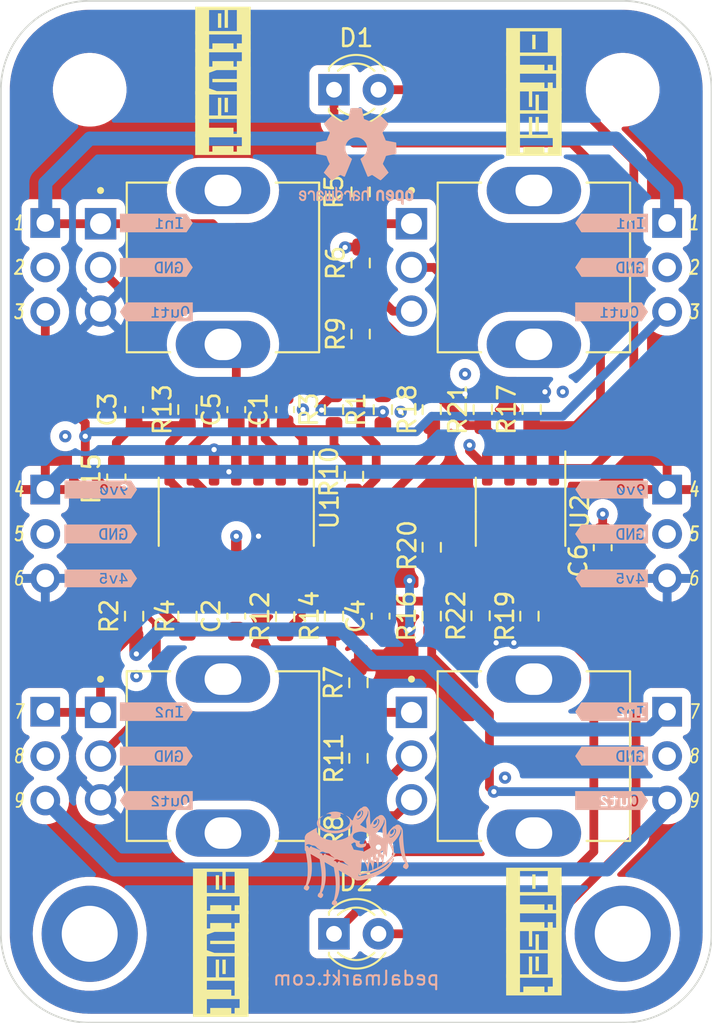
<source format=kicad_pcb>
(kicad_pcb (version 20211014) (generator pcbnew)
  (layers (0 "F.Cu" signal) (1 "In1.Cu" signal) (2 "In2.Cu" signal) (31 "B.Cu" signal) (34 "B.Paste" user) (35 "F.Paste" user) (36 "B.SilkS" user "B.Silkscreen") (37 "F.SilkS" user "F.Silkscreen") (38 "B.Mask" user) (39 "F.Mask" user) (44 "Edge.Cuts" user))
  (net 0 "")
  (net 1 "Net-(C1-Pad1)")
  (net 2 "Net-(C1-Pad2)")
  (net 3 "Net-(C2-Pad1)")
  (net 4 "Net-(C2-Pad2)")
  (net 5 "Net-(C3-Pad1)")
  (net 6 "Net-(C3-Pad2)")
  (net 7 "Net-(C4-Pad1)")
  (net 8 "Net-(C4-Pad2)")
  (net 9 "/+9V")
  (net 10 "/GND")
  (net 11 "Net-(D1-Pad1)")
  (net 12 "Net-(D1-Pad2)")
  (net 13 "Net-(D2-Pad1)")
  (net 14 "Net-(D2-Pad2)")
  (net 15 "/+4.5V")
  (net 16 "/In1")
  (net 17 "/Out1")
  (net 18 "/In2")
  (net 19 "/Out2")
  (net 20 "Net-(R5-Pad2)")
  (net 21 "Net-(R6-Pad1)")
  (net 22 "Net-(R7-Pad1)")
  (net 23 "Net-(R8-Pad1)")
  (net 24 "Net-(R9-Pad2)")
  (net 25 "Net-(R11-Pad2)")
  (net 26 "Net-(R18-Pad1)")
  (net 27 "Net-(R20-Pad1)")
  (net 28 "Net-(RV1-Pad2)")
  (net 29 "Net-(RV2-Pad2)")
  (footprint "Resistor_SMD:R_0603_1608Metric_Pad0.98x0.95mm_HandSolder" (layer "F.Cu") (at 56.007 78.867 -90)
    (fp_text reference "R11")
    (fp_text value "100K")
  )
  (footprint "Resistor_SMD:R_0603_1608Metric_Pad0.98x0.95mm_HandSolder" (layer "F.Cu") (at 56.134 46.482 -90)
    (fp_text reference "R5")
    (fp_text value "1K")
  )
  (footprint "Resistor_SMD:R_0603_1608Metric_Pad0.98x0.95mm_HandSolder" (layer "F.Cu") (at 43.18 70.739 90)
    (fp_text reference "R2")
    (fp_text value "100K")
  )
  (footprint "Resistor_SMD:R_0603_1608Metric_Pad0.98x0.95mm_HandSolder" (layer "F.Cu") (at 60.198 58.928 -90)
    (fp_text reference "R18")
    (fp_text value "100K")
  )
  (footprint "Capacitor_SMD:C_0603_1608Metric_Pad1.08x0.95mm_HandSolder" (layer "F.Cu") (at 57.277 70.739 90)
    (fp_text reference "C4")
    (fp_text value "10p")
  )
  (footprint "LED_THT:LED_D3.0mm" (layer "F.Cu") (at 54.61 88.9)
    (fp_text reference "D2")
    (fp_text value "LED_Dual_Bidirectional")
  )
  (footprint "LED_THT:LED_D3.0mm" (layer "F.Cu") (at 54.61 40.64)
    (fp_text reference "D1")
    (fp_text value "LED_Dual_Bidirectional")
  )
  (footprint "Connector_PinSocket_2.54mm:PinSocket_1x03_P2.54mm_Vertical" (layer "F.Cu") (at 38.1 48.26)
    (fp_text reference "J1" hide)
    (fp_text value "C1")
  )
  (footprint "R0904NB10KL-25KQ:V3_TRIM_R0904NB10KL-Keepout" (layer "F.Cu") (at 66.04 50.8 -90)
    (fp_text reference "RV3")
    (fp_text value "B100K")
  )
  (footprint "R0904NB10KL-25KQ:V3_TRIM_R0904NB10KL-Keepout" (layer "F.Cu") (at 48.26 50.8 -90)
    (fp_text reference "RV1")
    (fp_text value "B100K")
  )
  (footprint "Resistor_SMD:R_0603_1608Metric_Pad0.98x0.95mm_HandSolder" (layer "F.Cu") (at 60.198 66.802 -90)
    (fp_text reference "R20")
    (fp_text value "100K")
  )
  (footprint "Resistor_SMD:R_0603_1608Metric_Pad0.98x0.95mm_HandSolder" (layer "F.Cu") (at 63.119 58.928 90)
    (fp_text reference "R21")
    (fp_text value "20K")
  )
  (footprint "kibuzzard-65FD5706" (layer "F.Cu") (at 66.04 88.773 -90)
    (fp_text reference "kibuzzard-65FD5706" hide)
    (fp_text value "G***" hide)
  )
  (footprint "MountingHole:MountingHole_3.2mm_M3" (layer "F.Cu") (at 40.64 40.64)
    (fp_text reference "H2" hide)
    (fp_text value "1")
  )
  (footprint "Resistor_SMD:R_0603_1608Metric_Pad0.98x0.95mm_HandSolder" (layer "F.Cu") (at 62.992 70.7155 -90)
    (fp_text reference "R22")
    (fp_text value "20K")
  )
  (footprint "Capacitor_SMD:C_0603_1608Metric_Pad1.08x0.95mm_HandSolder" (layer "F.Cu") (at 51.816 58.928 -90)
    (fp_text reference "C1")
    (fp_text value "10p")
  )
  (footprint "Resistor_SMD:R_0603_1608Metric_Pad0.98x0.95mm_HandSolder" (layer "F.Cu") (at 56.134 54.61 90)
    (fp_text reference "R9")
    (fp_text value "100K")
  )
  (footprint "Capacitor_SMD:C_0603_1608Metric_Pad1.08x0.95mm_HandSolder" (layer "F.Cu") (at 49.022 70.739 90)
    (fp_text reference "C2")
    (fp_text value "10p")
  )
  (footprint "Connector_PinSocket_2.54mm:PinSocket_1x03_P2.54mm_Vertical" (layer "F.Cu") (at 38.1 63.5)
    (fp_text reference "J2" hide)
    (fp_text value "C3")
  )
  (footprint "kibuzzard-65FD5706" (layer "F.Cu") (at 66.04 40.767 -90)
    (fp_text reference "kibuzzard-65FD5706" hide)
    (fp_text value "G***" hide)
  )
  (footprint "Connector_PinSocket_2.54mm:PinSocket_1x03_P2.54mm_Vertical" (layer "F.Cu") (at 38.1 76.2)
    (fp_text reference "J6" hide)
    (fp_text value "C6")
  )
  (footprint "Resistor_SMD:R_0603_1608Metric_Pad0.98x0.95mm_HandSolder" (layer "F.Cu") (at 56.134 50.546 90)
    (fp_text reference "R6")
    (fp_text value "1K")
  )
  (footprint "Resistor_SMD:R_0603_1608Metric_Pad0.98x0.95mm_HandSolder" (layer "F.Cu") (at 42.164 62.8885 90)
    (fp_text reference "R15")
    (fp_text value "1K")
  )
  (footprint "Resistor_SMD:R_0603_1608Metric_Pad0.98x0.95mm_HandSolder" (layer "F.Cu") (at 55.753 62.738 90)
    (fp_text reference "R10")
    (fp_text value "100K")
  )
  (footprint "R0904NB10KL-25KQ:V3_TRIM_R0904NB10KL-Keepout" (layer "F.Cu") (at 48.26 78.74 -90)
    (fp_text reference "RV2" hide)
    (fp_text value "B100K")
  )
  (footprint "Resistor_SMD:R_0603_1608Metric_Pad0.98x0.95mm_HandSolder" (layer "F.Cu") (at 57.404 58.928 -90)
    (fp_text reference "R1")
    (fp_text value "100K")
  )
  (footprint "kibuzzard-65FD570C" (layer "F.Cu") (at 48.26 40.132 -90)
    (fp_text reference "kibuzzard-65FD570C" hide)
    (fp_text value "G***" hide)
  )
  (footprint "Resistor_SMD:R_0603_1608Metric_Pad0.98x0.95mm_HandSolder" (layer "F.Cu") (at 46.228 58.928 90)
    (fp_text reference "R13")
    (fp_text value "100K")
  )
  (footprint "Resistor_SMD:R_0603_1608Metric_Pad0.98x0.95mm_HandSolder" (layer "F.Cu") (at 56.007 74.549 90)
    (fp_text reference "R7")
    (fp_text value "1K")
  )
  (footprint "Capacitor_SMD:C_0603_1608Metric_Pad1.08x0.95mm_HandSolder" (layer "F.Cu") (at 43.18 58.928 -90)
    (fp_text reference "C3")
    (fp_text value "10p")
  )
  (footprint "Capacitor_SMD:C_0603_1608Metric_Pad1.08x0.95mm_HandSolder" (layer "F.Cu") (at 69.977 66.8285 90)
    (fp_text reference "C6")
    (fp_text value "100n")
  )
  (footprint "Connector_PinSocket_2.54mm:PinSocket_1x03_P2.54mm_Vertical" (layer "F.Cu") (at 73.66 63.5)
    (fp_text reference "J5" hide)
    (fp_text value "C4")
  )
  (footprint "Resistor_SMD:R_0603_1608Metric_Pad0.98x0.95mm_HandSolder" (layer "F.Cu") (at 54.61 58.928 90)
    (fp_text reference "R3")
    (fp_text value "100K")
  )
  (footprint "MountingHole:MountingHole_3.2mm_M3_ISO14580_Pad" (layer "F.Cu") (at 71.12 88.9)
    (fp_text reference "H1" hide)
    (fp_text value "GND")
  )
  (footprint "Package_SO:SOIC-8_3.9x4.9mm_P1.27mm" (layer "F.Cu") (at 65.278 64.77 -90)
    (fp_text reference "U2")
    (fp_text value "TL072")
  )
  (footprint "Capacitor_SMD:C_0603_1608Metric_Pad1.08x0.95mm_HandSolder" (layer "F.Cu") (at 49.022 58.928 90)
    (fp_text reference "C5")
    (fp_text value "100n")
  )
  (footprint "Connector_PinSocket_2.54mm:PinSocket_1x03_P2.54mm_Vertical" (layer "F.Cu") (at 73.66 76.2)
    (fp_text reference "J3" hide)
    (fp_text value "C5")
  )
  (footprint "Resistor_SMD:R_0603_1608Metric_Pad0.98x0.95mm_HandSolder" (layer "F.Cu") (at 60.198 70.739 90)
    (fp_text reference "R16")
    (fp_text value "1K")
  )
  (footprint "Connector_PinSocket_2.54mm:PinSocket_1x03_P2.54mm_Vertical" (layer "F.Cu") (at 73.66 48.26)
    (fp_text reference "J4" hide)
    (fp_text value "C2")
  )
  (footprint "Resistor_SMD:R_0603_1608Metric_Pad0.98x0.95mm_HandSolder" (layer "F.Cu") (at 54.61 70.739 -90)
    (fp_text reference "R14")
    (fp_text value "100K")
  )
  (footprint "Resistor_SMD:R_0603_1608Metric_Pad0.98x0.95mm_HandSolder" (layer "F.Cu") (at 56.007 83.058 -90)
    (fp_text reference "R8")
    (fp_text value "1K")
  )
  (footprint "Resistor_SMD:R_0603_1608Metric_Pad0.98x0.95mm_HandSolder" (layer "F.Cu") (at 65.786 70.739 -90)
    (fp_text reference "R19")
    (fp_text value "1K")
  )
  (footprint "MountingHole:MountingHole_3.2mm_M3_ISO14580_Pad" (layer "F.Cu") (at 40.64 88.9)
    (fp_text reference "H3" hide)
    (fp_text value "GND")
  )
  (footprint "MountingHole:MountingHole_3.2mm_M3" (layer "F.Cu") (at 71.12 40.64)
    (fp_text reference "H4" hide)
    (fp_text value "2")
  )
  (footprint "Resistor_SMD:R_0603_1608Metric_Pad0.98x0.95mm_HandSolder" (layer "F.Cu") (at 51.816 70.7625 90)
    (fp_text reference "R12")
    (fp_text value "100K")
  )
  (footprint "Resistor_SMD:R_0603_1608Metric_Pad0.98x0.95mm_HandSolder" (layer "F.Cu") (at 65.913 58.928 90)
    (fp_text reference "R17")
    (fp_text value "1K")
  )
  (footprint "Resistor_SMD:R_0603_1608Metric_Pad0.98x0.95mm_HandSolder" (layer "F.Cu") (at 46.228 70.739 -90)
    (fp_text reference "R4")
    (fp_text value "100K")
  )
  (footprint "R0904NB10KL-25KQ:V3_TRIM_R0904NB10KL-Keepout" (layer "F.Cu") (at 66.04 78.74 -90)
    (fp_text reference "RV4" hide)
    (fp_text value "B100K")
  )
  (footprint "Package_SO:SOIC-14_3.9x8.7mm_P1.27mm" (layer "F.Cu") (at 49.022 64.77 -90)
    (fp_text reference "U1")
    (fp_text value "OPA4991")
  )
  (footprint "kibuzzard-65FD570C" (layer "F.Cu") (at 48.133 89.408 -90)
    (fp_text reference "kibuzzard-65FD570C" hide)
    (fp_text value "G***" hide)
  )
  (footprint "kibuzzard-65FDA5A0" (layer "B.Cu") (at 70.485 66.04 180)
    (fp_text reference "kibuzzard-65FDA5A0" hide)
    (fp_text value "G***" hide)
  )
  (footprint "kibuzzard-65FDA4E4" (layer "B.Cu") (at 44.45 48.26 180)
    (fp_text reference "kibuzzard-65FDA4E4" hide)
    (fp_text value "G***" hide)
  )
  (footprint "kibuzzard-65FDA5C9" (layer "B.Cu") (at 70.485 81.28 180)
    (fp_text reference "kibuzzard-65FDA5C9" hide)
    (fp_text value "G***" hide)
  )
  (footprint "kibuzzard-65FDA513" (layer "B.Cu") (at 41.275 68.58 180)
    (fp_text reference "kibuzzard-65FDA513" hide)
    (fp_text value "G***" hide)
  )
  (footprint "kibuzzard-65FDA541" (layer "B.Cu") (at 44.45 81.28 180)
    (fp_text reference "kibuzzard-65FDA541" hide)
    (fp_text value "G***" hide)
  )
  (footprint "kibuzzard-65FDA57B" (layer "B.Cu") (at 70.485 48.26 180)
    (fp_text reference "kibuzzard-65FDA57B" hide)
    (fp_text value "G***" hide)
  )
  (footprint "kibuzzard-65FDA507" (layer "B.Cu") (at 41.275 66.04 180)
    (fp_text reference "kibuzzard-65FDA507" hide)
    (fp_text value "G***" hide)
  )
  (footprint "kibuzzard-65FDA598" (layer "B.Cu") (at 70.485 63.5 180)
    (fp_text reference "kibuzzard-65FDA598" hide)
    (fp_text value "G***" hide)
  )
  (footprint "LOGO" (layer "B.Cu") (at 55.88 84.455 180)
    (fp_text reference "G***" hide)
    (fp_text value "LOGO" hide)
  )
  (footprint "kibuzzard-65FDA527" (layer "B.Cu") (at 44.45 76.2 180)
    (fp_text reference "kibuzzard-65FDA527" hide)
    (fp_text value "G***" hide)
  )
  (footprint "kibuzzard-65FDA4EE" (layer "B.Cu") (at 44.45 50.8 180)
    (fp_text reference "kibuzzard-65FDA4EE" hide)
    (fp_text value "G***" hide)
  )
  (footprint "kibuzzard-65FDA5B3" (layer "B.Cu") (at 70.485 76.2 180)
    (fp_text reference "kibuzzard-65FDA5B3" hide)
    (fp_text value "G***" hide)
  )
  (footprint "kibuzzard-65FDA5BA" (layer "B.Cu") (at 70.485 78.74 180)
    (fp_text reference "kibuzzard-65FDA5BA" hide)
    (fp_text value "G***" hide)
  )
  (footprint "kibuzzard-65FDA5D6" (layer "B.Cu") (at 70.485 53.34 180)
    (fp_text reference "kibuzzard-65FDA5D6" hide)
    (fp_text value "G***" hide)
  )
  (footprint "Symbol:OSHW-Logo2_7.3x6mm_SilkScreen" (layer "B.Cu") (at 55.88 44.45 180)
    (fp_text reference "REF**" hide)
    (fp_text value "OSHW-Logo2_7.3x6mm_SilkScreen" hide)
  )
  (footprint "kibuzzard-65FDA56F" (layer "B.Cu") (at 44.45 53.34 180)
    (fp_text reference "kibuzzard-65FDA56F" hide)
    (fp_text value "G***" hide)
  )
  (footprint "kibuzzard-65FDA52F" (layer "B.Cu") (at 44.45 78.74 180)
    (fp_text reference "kibuzzard-65FDA52F" hide)
    (fp_text value "G***" hide)
  )
  (footprint "kibuzzard-65FDA5A8" (layer "B.Cu") (at 70.485 68.58 180)
    (fp_text reference "kibuzzard-65FDA5A8" hide)
    (fp_text value "G***" hide)
  )
  (footprint "kibuzzard-65FDA584" (layer "B.Cu") (at 70.485 50.8 180)
    (fp_text reference "kibuzzard-65FDA584" hide)
    (fp_text value "G***" hide)
  )
  (footprint "kibuzzard-65FDA500" (layer "B.Cu") (at 41.275 63.5 180)
    (fp_text reference "kibuzzard-65FDA500" hide)
    (fp_text value "G***" hide)
  )
  (gr_arc (start 35.56 40.64) (mid 37.047898 37.047898) (end 40.64 35.56) (layer "Edge.Cuts") (width 0.1))
  (gr_arc (start 71.12 35.56) (mid 74.712102 37.047898) (end 76.2 40.64) (layer "Edge.Cuts") (width 0.1))
  (gr_line (start 40.64 93.98) (end 71.12 93.98) (layer "Edge.Cuts") (width 0.1))
  (gr_line (start 35.56 40.64) (end 35.56 88.9) (layer "Edge.Cuts") (width 0.1))
  (gr_line (start 40.64 35.56) (end 71.12 35.56) (layer "Edge.Cuts") (width 0.1))
  (gr_line (start 76.2 40.64) (end 76.2 88.9) (layer "Edge.Cuts") (width 0.1))
  (gr_arc (start 76.2 88.9) (mid 74.712102 92.492102) (end 71.12 93.98) (layer "Edge.Cuts") (width 0.1))
  (gr_arc (start 40.64 93.98) (mid 37.047898 92.492102) (end 35.56 88.9) (layer "Edge.Cuts") (width 0.1))
  (gr_text "pedalmarkt.com" (at 55.88 91.44) (layer "B.SilkS") (effects (font (size 0.8 0.8) (thickness 0.12)) (justify mirror)))
  (gr_text "1" (at 75.184 48.26) (layer "F.SilkS") (effects (font (size 0.8 0.6) (thickness 0.12) italic)))
  (gr_text "8" (at 36.576 78.74) (layer "F.SilkS") (effects (font (size 0.8 0.6) (thickness 0.1) italic)))
  (gr_text "7" (at 36.576 76.2) (layer "F.SilkS") (effects (font (size 0.8 0.6) (thickness 0.1) italic)))
  (gr_text "2" (at 75.184 50.8) (layer "F.SilkS") (effects (font (size 0.8 0.6) (thickness 0.12) italic)))
  (gr_text "9" (at 75.184 81.28) (layer "F.SilkS") (effects (font (size 0.8 0.6) (thickness 0.1) italic)))
  (gr_text "5" (at 36.576 66.04) (layer "F.SilkS") (effects (font (size 0.8 0.6) (thickness 0.12) italic)))
  (gr_text "4" (at 36.576 63.5) (layer "F.SilkS") (effects (font (size 0.8 0.6) (thickness 0.12) italic)))
  (gr_text "1" (at 36.576 48.26) (layer "F.SilkS") (effects (font (size 0.8 0.6) (thickness 0.12) italic)))
  (gr_text "2" (at 36.576 50.8) (layer "F.SilkS") (effects (font (size 0.8 0.6) (thickness 0.12) italic)))
  (gr_text "5" (at 75.184 66.04) (layer "F.SilkS") (effects (font (size 0.8 0.6) (thickness 0.12) italic)))
  (gr_text "6" (at 75.184 68.58) (layer "F.SilkS") (effects (font (size 0.8 0.6) (thickness 0.1) italic)))
  (gr_text "4" (at 75.184 63.5) (layer "F.SilkS") (effects (font (size 0.8 0.6) (thickness 0.12) italic)))
  (gr_text "8" (at 75.184 78.74) (layer "F.SilkS") (effects (font (size 0.8 0.6) (thickness 0.1) italic)))
  (gr_text "6" (at 36.576 68.58) (layer "F.SilkS") (effects (font (size 0.8 0.6) (thickness 0.1) italic)))
  (gr_text "3" (at 36.576 53.34) (layer "F.SilkS") (effects (font (size 0.8 0.6) (thickness 0.12) italic)))
  (gr_text "9" (at 36.576 81.28) (layer "F.SilkS") (effects (font (size 0.8 0.6) (thickness 0.1) italic)))
  (gr_text "7" (at 75.184 76.2) (layer "F.SilkS") (effects (font (size 0.8 0.6) (thickness 0.1) italic)))
  (gr_text "3" (at 75.184 53.34) (layer "F.SilkS") (effects (font (size 0.8 0.6) (thickness 0.12) italic)))
  (segment (start 52.0965 57.785) (end 51.816 58.0655) (width 0.5) (layer "F.Cu") (net 1))
  (segment (start 51.1545 58.0655) (end 50.673 58.547) (width 0.5) (layer "F.Cu") (net 1))
  (segment (start 50.673 60.579) (end 51.562 61.468) (width 0.5) (layer "F.Cu") (net 1))
  (segment (start 53.903421 58.722079) (end 54.61 58.0155) (width 0.5) (layer "F.Cu") (net 1))
  (segment (start 53.903421 58.958571) (end 53.903421 58.722079) (width 0.5) (layer "F.Cu") (net 1))
  (segment (start 51.562 61.468) (end 51.562 62.295) (width 0.5) (layer "F.Cu") (net 1))
  (segment (start 57.404 59.8405) (end 57.404 59.055) (width 0.5) (layer "F.Cu") (net 1))
  (segment (start 50.673 58.547) (end 50.673 60.579) (width 0.5) (layer "F.Cu") (net 1))
  (segment (start 54.3795 57.785) (end 52.0965 57.785) (width 0.5) (layer "F.Cu") (net 1))
  (segment (start 51.816 58.0655) (end 51.1545 58.0655) (width 0.5) (layer "F.Cu") (net 1))
  (segment (start 54.61 58.0155) (end 54.3795 57.785) (width 0.5) (layer "F.Cu") (net 1))
  (via (at 53.903421 58.958571) (size 0.7) (drill 0.3) (layers "F.Cu" "B.Cu") (net 1))
  (via (at 57.404 59.055) (size 0.7) (drill 0.3) (layers "F.Cu" "B.Cu") (net 1))
  (segment (start 53.903421 58.958571) (end 53.99985 59.055) (width 0.5) (layer "B.Cu") (net 1))
  (segment (start 53.99985 59.055) (end 57.404 59.055) (width 0.5) (layer "B.Cu") (net 1))
  (segment (start 51.816 59.7905) (end 52.0965 60.071) (width 0.5) (layer "F.Cu") (net 2))
  (segment (start 51.816 59.7905) (end 52.0435 59.7905) (width 0.5) (layer "F.Cu") (net 2))
  (segment (start 54.3795 60.071) (end 54.61 59.8405) (width 0.5) (layer "F.Cu") (net 2))
  (segment (start 52.832 60.579) (end 52.832 62.295) (width 0.5) (layer "F.Cu") (net 2))
  (segment (start 54.61 59.8405) (end 54.61 60.96) (width 0.5) (layer "F.Cu") (net 2))
  (segment (start 52.0435 59.7905) (end 52.832 60.579) (width 0.5) (layer "F.Cu") (net 2))
  (segment (start 55.4755 61.8255) (end 55.753 61.8255) (width 0.5) (layer "F.Cu") (net 2))
  (segment (start 54.61 60.96) (end 55.4755 61.8255) (width 0.5) (layer "F.Cu") (net 2))
  (segment (start 52.0965 60.071) (end 54.3795 60.071) (width 0.5) (layer "F.Cu") (net 2))
  (segment (start 43.561 65.786) (end 45.593 65.786) (width 0.5) (layer "F.Cu") (net 3))
  (segment (start 46.228 71.6515) (end 48.972 71.6515) (width 0.5) (layer "F.Cu") (net 3))
  (segment (start 46.482 66.675) (end 46.482 67.245) (width 0.5) (layer "F.Cu") (net 3))
  (segment (start 45.593 65.786) (end 46.482 66.675) (width 0.5) (layer "F.Cu") (net 3))
  (segment (start 46.228 71.6515) (end 45.9975 71.6515) (width 0.5) (layer "F.Cu") (net 3))
  (segment (start 44.1725 69.8265) (end 43.18 69.8265) (width 0.5) (layer "F.Cu") (net 3))
  (segment (start 43.561 69.4455) (end 43.561 65.786) (width 0.5) (layer "F.Cu") (net 3))
  (segment (start 43.18 69.8265) (end 43.561 69.4455) (width 0.5) (layer "F.Cu") (net 3))
  (segment (start 48.972 71.6515) (end 49.022 71.6015) (width 0.5) (layer "F.Cu") (net 3))
  (segment (start 45.9975 71.6515) (end 44.1725 69.8265) (width 0.5) (layer "F.Cu") (net 3))
  (segment (start 46.278 69.8765) (end 46.228 69.8265) (width 0.5) (layer "F.Cu") (net 4))
  (segment (start 49.022 69.8765) (end 46.278 69.8765) (width 0.5) (layer "F.Cu") (net 4))
  (segment (start 51.7895 69.8765) (end 51.816 69.85) (width 0.5) (layer "F.Cu") (net 4))
  (segment (start 45.212 68.8105) (end 46.228 69.8265) (width 0.5) (layer "F.Cu") (net 4))
  (segment (start 49.022 69.8765) (end 51.7895 69.8765) (width 0.5) (layer "F.Cu") (net 4))
  (segment (start 45.212 67.245) (end 45.212 68.8105) (width 0.5) (layer "F.Cu") (net 4))
  (segment (start 47.371 60.198) (end 47.371 58.166) (width 0.5) (layer "F.Cu") (net 5))
  (segment (start 57.023 60.96) (end 56.134 60.071) (width 0.5) (layer "F.Cu") (net 5))
  (segment (start 43.18 58.0655) (end 46.178 58.0655) (width 0.5) (layer "F.Cu") (net 5))
  (segment (start 47.2205 58.0155) (end 46.228 58.0155) (width 0.5) (layer "F.Cu") (net 5))
  (segment (start 56.134 60.071) (end 56.134 55.5225) (width 0.5) (layer "F.Cu") (net 5))
  (segment (start 47.498 63.881) (end 46.482 62.865) (width 0.5) (layer "F.Cu") (net 5))
  (segment (start 55.5225 63.881) (end 47.498 63.881) (width 0.5) (layer "F.Cu") (net 5))
  (segment (start 47.371 58.166) (end 47.2205 58.0155) (width 0.5) (layer "F.Cu") (net 5))
  (segment (start 46.482 62.295) (end 46.482 61.087) (width 0.5) (layer "F.Cu") (net 5))
  (segment (start 46.178 58.0655) (end 46.228 58.0155) (width 0.5) (layer "F.Cu") (net 5))
  (segment (start 46.482 62.865) (end 46.482 62.295) (width 0.5) (layer "F.Cu") (net 5))
  (segment (start 56.2375 63.6505) (end 57.023 62.865) (width 0.5) (layer "F.Cu") (net 5))
  (segment (start 55.753 63.6505) (end 55.5225 63.881) (width 0.5) (layer "F.Cu") (net 5))
  (segment (start 55.753 63.6505) (end 56.2375 63.6505) (width 0.5) (layer "F.Cu") (net 5))
  (segment (start 57.023 62.865) (end 57.023 60.96) (width 0.5) (layer "F.Cu") (net 5))
  (segment (start 46.482 61.087) (end 47.371 60.198) (width 0.5) (layer "F.Cu") (net 5))
  (segment (start 42.164 60.8065) (end 43.18 59.7905) (width 0.5) (layer "F.Cu") (net 6))
  (segment (start 45.212 62.295) (end 45.212 60.8565) (width 0.5) (layer "F.Cu") (net 6))
  (segment (start 47.117 64.897) (end 45.212 62.992) (width 0.5) (layer "F.Cu") (net 6))
  (segment (start 56.769 64.897) (end 47.117 64.897) (width 0.5) (layer "F.Cu") (net 6))
  (segment (start 60.198 61.468) (end 56.769 64.897) (width 0.5) (layer "F.Cu") (net 6))
  (segment (start 42.164 61.976) (end 42.164 60.8065) (width 0.5) (layer "F.Cu") (net 6))
  (segment (start 45.212 62.992) (end 45.212 62.295) (width 0.5) (layer "F.Cu") (net 6))
  (segment (start 46.228 59.8405) (end 43.23 59.8405) (width 0.5) (layer "F.Cu") (net 6))
  (segment (start 60.198 59.8405) (end 60.198 61.468) (width 0.5) (layer "F.Cu") (net 6))
  (segment (start 45.212 60.8565) (end 46.228 59.8405) (width 0.5) (layer "F.Cu") (net 6))
  (segment (start 43.23 59.8405) (end 43.18 59.7905) (width 0.5) (layer "F.Cu") (net 6))
  (segment (start 52.741 70.75) (end 51.816 71.675) (width 0.5) (layer "F.Cu") (net 7))
  (segment (start 56.007 77.9545) (end 54.4595 77.9545) (width 0.5) (layer "F.Cu") (net 7))
  (segment (start 54.61 71.6515) (end 51.8395 71.6515) (width 0.5) (layer "F.Cu") (net 7))
  (segment (start 52.741 68.977528) (end 52.741 70.75) (width 0.5) (layer "F.Cu") (net 7))
  (segment (start 51.562 67.798528) (end 52.741 68.977528) (width 0.5) (layer "F.Cu") (net 7))
  (segment (start 57.277 71.6015) (end 54.66 71.6015) (width 0.5) (layer "F.Cu") (net 7))
  (segment (start 54.483 77.931) (end 54.483 71.7785) (width 0.5) (layer "F.Cu") (net 7))
  (segment (start 51.8395 71.6515) (end 51.816 71.675) (width 0.5) (layer "F.Cu") (net 7))
  (segment (start 51.562 67.245) (end 51.562 67.798528) (width 0.5) (layer "F.Cu") (net 7))
  (segment (start 54.66 71.6015) (end 54.61 71.6515) (width 0.5) (layer "F.Cu") (net 7))
  (segment (start 54.483 71.7785) (end 54.61 71.6515) (width 0.5) (layer "F.Cu") (net 7))
  (segment (start 54.4595 77.9545) (end 54.483 77.931) (width 0.5) (layer "F.Cu") (net 7))
  (segment (start 60.148 69.8765) (end 60.198 69.8265) (width 0.5) (layer "F.Cu") (net 8))
  (segment (start 60.198 69.8265) (end 60.198 67.7145) (width 0.5) (layer "F.Cu") (net 8))
  (segment (start 54.61 69.8265) (end 57.227 69.8265) (width 0.5) (layer "F.Cu") (net 8))
  (segment (start 54.61 69.023) (end 52.832 67.245) (width 0.5) (layer "F.Cu") (net 8))
  (segment (start 57.277 69.8765) (end 60.148 69.8765) (width 0.5) (layer "F.Cu") (net 8))
  (segment (start 57.227 69.8265) (end 57.277 69.8765) (width 0.5) (layer "F.Cu") (net 8))
  (segment (start 54.61 69.8265) (end 54.61 69.023) (width 0.5) (layer "F.Cu") (net 8))
  (segment (start 48.833 62.484) (end 49.022 62.295) (width 0.5) (layer "F.Cu") (net 9))
  (segment (start 58.928 71.501) (end 56.7925 73.6365) (width 0.5) (layer "F.Cu") (net 9))
  (segment (start 48.6015 62.484) (end 48.833 62.484) (width 0.5) (layer "F.Cu") (net 9))
  (segment (start 49.022 62.295) (end 49.022 59.7905) (width 0.5) (layer "F.Cu") (net 9))
  (segment (start 56.7925 73.6365) (end 56.007 73.6365) (width 0.5) (layer "F.Cu") (net 9))
  (via (at 48.6015 62.484) (size 0.7) (drill 0.3) (layers "F.Cu" "B.Cu") (net 9))
  (via (at 58.928 71.501) (size 0.7) (drill 0.3) (layers "F.Cu" "B.Cu") (net 9))
  (via (at 58.928 68.707) (size 0.7) (drill 0.3) (layers "F.Cu" "B.Cu") (net 9))
  (segment (start 38.1 63.5) (end 39.116 62.484) (width 0.8) (layer "B.Cu") (net 9))
  (segment (start 39.116 62.484) (end 72.644 62.484) (width 0.8) (layer "B.Cu") (net 9))
  (segment (start 72.644 62.484) (end 73.66 63.5) (width 0.8) (layer "B.Cu") (net 9))
  (segment (start 58.928 71.501) (end 58.928 68.707) (width 0.5) (layer "B.Cu") (net 9))
  (segment (start 49.022 67.245) (end 49.022 66.167) (width 0.5) (layer "F.Cu") (net 10))
  (segment (start 69.977 65.966) (end 69.977 64.897) (width 0.5) (layer "F.Cu") (net 10))
  (segment (start 57.1265 83.9705) (end 57.15 83.947) (width 0.5) (layer "F.Cu") (net 10))
  (segment (start 49.022 58.0655) (end 49.022 55.962) (width 0.5) (layer "F.Cu") (net 10))
  (segment (start 62.357 61.279) (end 63.373 62.295) (width 0.5) (layer "F.Cu") (net 10))
  (segment (start 62.357 60.96) (end 62.357 61.279) (width 0.5) (layer "F.Cu") (net 10))
  (segment (start 56.007 83.9705) (end 57.1265 83.9705) (width 0.5) (layer "F.Cu") (net 10))
  (segment (start 49.022 55.962) (end 48.26 55.2) (width 0.5) (layer "F.Cu") (net 10))
  (segment (start 55.2685 49.6335) (end 55.245 49.657) (width 0.5) (layer "F.Cu") (net 10))
  (segment (start 56.134 49.6335) (end 55.2685 49.6335) (width 0.5) (layer "F.Cu") (net 10))
  (via (at 69.977 64.897) (size 0.7) (drill 0.3) (layers "F.Cu" "B.Cu") (net 10))
  (via (at 67.691 57.912) (size 0.7) (drill 0.3) (layers "F.Cu" "B.Cu") (net 10))
  (via (at 64.389 79.9725) (size 0.7) (drill 0.3) (layers "F.Cu" "B.Cu") (net 10))
  (via (at 62.357 60.96) (size 0.7) (drill 0.3) (layers "F.Cu" "B.Cu") (net 10))
  (via (at 52.832 58.928) (size 0.7) (drill 0.3) (layers "F.Cu" "B.Cu") (net 10))
  (via (at 57.15 83.947) (size 0.7) (drill 0.3) (layers "F.Cu" "B.Cu") (net 10))
  (via (at 49.022 66.167) (size 0.7) (drill 0.3) (layers "F.Cu" "B.Cu") (net 10))
  (via (at 55.245 49.657) (size 0.7) (drill 0.3) (layers "F.Cu" "B.Cu") (net 10))
  (via (at 39.243 60.452) (size 0.7) (drill 0.3) (layers "F.Cu" "B.Cu") (net 10))
  (via (at 58.42 59.055) (size 0.7) (drill 0.3) (layers "F.Cu" "B.Cu") (net 10))
  (via (at 62.103 56.896) (size 0.7) (drill 0.3) (layers "F.Cu" "B.Cu") (net 10))
  (via (at 43.307 74.168) (size 0.7) (drill 0.3) (layers "F.Cu" "B.Cu") (net 10))
  (segment (start 65.913 59.8405) (end 68.4295 59.8405) (width 0.5) (layer "F.Cu") (net 11))
  (segment (start 54.61 42.545) (end 54.61 40.64) (width 0.5) (layer "F.Cu") (net 11))
  (segment (start 69.85 45.339) (end 68.199 43.688) (width 0.5) (layer "F.Cu") (net 11))
  (segment (start 69.85 58.42) (end 69.85 45.339) (width 0.5) (layer "F.Cu") (net 11))
  (segment (start 65.913 59.8405) (end 65.913 62.295) (width 0.5) (layer "F.Cu") (net 11))
  (segment (start 68.4295 59.8405) (end 69.85 58.42) (width 0.5) (layer "F.Cu") (net 11))
  (segment (start 55.753 43.688) (end 54.61 42.545) (width 0.5) (layer "F.Cu") (net 11))
  (segment (start 68.199 43.688) (end 55.753 43.688) (width 0.5) (layer "F.Cu") (net 11))
  (segment (start 71.755 44.704) (end 67.691 40.64) (width 0.5) (layer "F.Cu") (net 12))
  (segment (start 67.183 62.295) (end 69.404 62.295) (width 0.5) (layer "F.Cu") (net 12))
  (segment (start 71.755 59.944) (end 71.755 44.704) (width 0.5) (layer "F.Cu") (net 12))
  (segment (start 69.404 62.295) (end 71.755 59.944) (width 0.5) (layer "F.Cu") (net 12))
  (segment (start 67.691 40.64) (end 57.15 40.64) (width 0.5) (layer "F.Cu") (net 12))
  (segment (start 54.61 88.9) (end 58.293 85.217) (width 0.5) (layer "F.Cu") (net 13))
  (segment (start 64.643 69.088) (end 64.643 67.245) (width 0.5) (layer "F.Cu") (net 13))
  (segment (start 58.293 85.217) (end 68.453 85.217) (width 0.5) (layer "F.Cu") (net 13))
  (segment (start 65.786 69.8265) (end 65.3815 69.8265) (width 0.5) (layer "F.Cu") (net 13))
  (segment (start 69.469 84.201) (end 69.469 73.5095) (width 0.5) (layer "F.Cu") (net 13))
  (segment (start 69.469 73.5095) (end 65.786 69.8265) (width 0.5) (layer "F.Cu") (net 13))
  (segment (start 68.453 85.217) (end 69.469 84.201) (width 0.5) (layer "F.Cu") (net 13))
  (segment (start 65.3815 69.8265) (end 64.643 69.088) (width 0.5) (layer "F.Cu") (net 13))
  (segment (start 71.882 73.914) (end 65.913 67.945) (width 0.5) (layer "F.Cu") (net 14))
  (segment (start 71.882 83.312) (end 71.882 73.914) (width 0.5) (layer "F.Cu") (net 14))
  (segment (start 57.15 88.9) (end 66.294 88.9) (width 0.5) (layer "F.Cu") (net 14))
  (segment (start 66.294 88.9) (end 71.882 83.312) (width 0.5) (layer "F.Cu") (net 14))
  (segment (start 65.913 67.945) (end 65.913 67.245) (width 0.5) (layer "F.Cu") (net 14))
  (segment (start 64.897 72.263) (end 65.5085 71.6515) (width 0.5) (layer "F.Cu") (net 15))
  (segment (start 66.5715 58.0155) (end 66.675 57.912) (width 0.5) (layer "F.Cu") (net 15))
  (segment (start 63.119 58.0155) (end 62.1265 58.0155) (width 0.5) (layer "F.Cu") (net 15))
  (segment (start 62.1265 58.0155) (end 62.103 58.039) (width 0.5) (layer "F.Cu") (net 15))
  (segment (start 65.913 58.0155) (end 66.5715 58.0155) (width 0.5) (layer "F.Cu") (net 15))
  (segment (start 63.246 71.628) (end 62.992 71.628) (width 0.5) (layer "F.Cu") (net 15))
  (segment (start 47.752 61.214) (end 47.752 62.295) (width 0.5) (layer "F.Cu") (net 15))
  (segment (start 50.292 67.245) (end 50.292 66.167) (width 0.5) (layer "F.Cu") (net 15))
  (segment (start 65.5085 71.6515) (end 65.786 71.6515) (width 0.5) (layer "F.Cu") (net 15))
  (segment (start 63.881 72.263) (end 63.246 71.628) (width 0.5) (layer "F.Cu") (net 15))
  (via (at 47.752 61.214) (size 0.7) (drill 0.3) (layers "F.Cu" "B.Cu") (net 15))
  (via (at 62.103 58.039) (size 0.7) (drill 0.3) (layers "F.Cu" "B.Cu") (net 15))
  (via (at 66.675 57.912) (size 0.7) (drill 0.3) (layers "F.Cu" "B.Cu") (net 15))
  (via (at 50.292 66.167) (size 0.7) (drill 0.3) (layers "F.Cu" "B.Cu") (net 15))
  (via (at 63.881 72.263) (size 0.7) (drill 0.3) (layers "F.Cu" "B.Cu") (net 15))
  (via (at 64.897 72.263) (size 0.7) (drill 0.3) (layers "F.Cu" "B.Cu") (net 15))
  (segment (start 38.14 48.3) (end 38.1 48.26) (width 0.5) (layer "F.Cu") (net 16))
  (segment (start 57.404 55.245) (end 56.769 54.61) (width 0.3) (layer "F.Cu") (net 16))
  (segment (start 53.975 54.61) (end 55.118 54.61) (width 0.5) (layer "F.Cu") (net 16))
  (segment (start 47.665 48.3) (end 53.975 54.61) (width 0.5) (layer "F.Cu") (net 16))
  (segment (start 41.26 48.3) (end 47.665 48.3) (width 0.5) (layer "F.Cu") (net 16))
  (segment (start 57.404 55.245) (end 57.404 58.0155) (width 0.5) (layer "F.Cu") (net 16))
  (segment (start 56.769 54.61) (end 55.118 54.61) (width 0.3) (layer "F.Cu") (net 16))
  (segment (start 41.26 48.3) (end 38.14 48.3) (width 0.5) (layer "F.Cu") (net 16))
  (segment (start 73.66 48.26) (end 73.66 46.355) (width 0.8) (layer "B.Cu") (net 16))
  (segment (start 40.64 43.434) (end 38.1 45.974) (width 0.8) (layer "B.Cu") (net 16))
  (segment (start 73.66 46.355) (end 70.739 43.434) (width 0.8) (layer "B.Cu") (net 16))
  (segment (start 70.739 43.434) (end 40.64 43.434) (width 0.8) (layer "B.Cu") (net 16))
  (segment (start 38.1 45.974) (end 38.1 48.26) (width 0.8) (layer "B.Cu") (net 16))
  (segment (start 40.386 60.452) (end 40.386 62.23) (width 0.5) (layer "F.Cu") (net 17))
  (segment (start 40.386 59.69) (end 40.386 60.452) (width 0.5) (layer "F.Cu") (net 17))
  (segment (start 40.386 62.23) (end 41.957 63.801) (width 0.5) (layer "F.Cu") (net 17))
  (segment (start 38.1 57.404) (end 40.386 59.69) (width 0.5) (layer "F.Cu") (net 17))
  (segment (start 41.957 63.801) (end 42.164 63.801) (width 0.5) (layer "F.Cu") (net 17))
  (segment (start 38.1 53.34) (end 38.1 57.404) (width 0.5) (layer "F.Cu") (net 17))
  (via (at 40.386 60.452) (size 0.7) (drill 0.3) (layers "F.Cu" "B.Cu") (net 17))
  (segment (start 59.309 60.198) (end 40.64 60.198) (width 0.5) (layer "B.Cu") (net 17))
  (segment (start 67.691 59.309) (end 60.198 59.309) (width 0.5) (layer "B.Cu") (net 17))
  (segment (start 40.64 60.198) (end 40.386 60.452) (width 0.5) (layer "B.Cu") (net 17))
  (segment (start 60.198 59.309) (end 59.309 60.198) (width 0.5) (layer "B.Cu") (net 17))
  (segment (start 73.66 53.34) (end 67.691 59.309) (width 0.5) (layer "B.Cu") (net 17))
  (segment (start 41.26 76.24) (end 38.14 76.24) (width 0.5) (layer "F.Cu") (net 18))
  (segment (start 38.14 76.24) (end 38.1 76.2) (width 0.5) (layer "F.Cu") (net 18))
  (segment (start 41.26 73.5715) (end 41.26 76.24) (width 0.5) (layer "F.Cu") (net 18))
  (segment (start 43.307 72.898) (end 43.307 71.7785) (width 0.8) (layer "F.Cu") (net 18))
  (segment (start 43.307 71.7785) (end 43.18 71.6515) (width 0.8) (layer "F.Cu") (net 18))
  (segment (start 43.18 71.6515) (end 41.26 73.5715) (width 0.5) (layer "F.Cu") (net 18))
  (via (at 43.307 72.898) (size 0.7) (drill 0.3) (layers "F.Cu" "B.Cu") (net 18))
  (segment (start 56.896 73.406) (end 54.991 71.501) (width 0.8) (layer "B.Cu") (net 18))
  (segment (start 63.754 77.216) (end 59.944 73.406) (width 0.8) (layer "B.Cu") (net 18))
  (segment (start 73.66 76.2) (end 72.644 77.216) (width 0.8) (layer "B.Cu") (net 18))
  (segment (start 72.644 77.216) (end 63.754 77.216) (width 0.8) (layer "B.Cu") (net 18))
  (segment (start 44.704 71.501) (end 43.307 72.898) (width 0.8) (layer "B.Cu") (net 18))
  (segment (start 54.991 71.501) (end 44.704 71.501) (width 0.8) (layer "B.Cu") (net 18))
  (segment (start 59.944 73.406) (end 56.896 73.406) (width 0.8) (layer "B.Cu") (net 18))
  (segment (start 63.5 80.518) (end 63.5 76.327) (width 0.5) (layer "F.Cu") (net 19))
  (segment (start 63.754 80.772) (end 63.5 80.518) (width 0.5) (layer "F.Cu") (net 19))
  (segment (start 60.198 73.025) (end 60.198 71.6515) (width 0.5) (layer "F.Cu") (net 19))
  (segment (start 63.5 76.327) (end 60.198 73.025) (width 0.5) (layer "F.Cu") (net 19))
  (via (at 63.754 80.772) (size 0.7) (drill 0.3) (layers "F.Cu" "B.Cu") (net 19))
  (segment (start 38.1 81.28) (end 42.037 85.217) (width 0.8) (layer "B.Cu") (net 19))
  (segment (start 42.037 85.217) (end 70.231 85.217) (width 0.8) (layer "B.Cu") (net 19))
  (segment (start 73.152 80.772) (end 73.66 81.28) (width 0.5) (layer "B.Cu") (net 19))
  (segment (start 73.66 81.788) (end 73.66 81.28) (width 0.8) (layer "B.Cu") (net 19))
  (segment (start 70.231 85.217) (end 73.66 81.788) (width 0.8) (layer "B.Cu") (net 19))
  (segment (start 63.754 80.772) (end 73.152 80.772) (width 0.5) (layer "B.Cu") (net 19))
  (segment (start 59.04 48.3) (end 57.0395 48.3) (width 0.5) (layer "F.Cu") (net 20))
  (segment (start 57.0395 48.3) (end 56.134 47.3945) (width 0.5) (layer "F.Cu") (net 20))
  (segment (start 57.9755 53.3) (end 56.134 51.4585) (width 0.5) (layer "F.Cu") (net 21))
  (segment (start 59.04 53.3) (end 57.9755 53.3) (width 0.5) (layer "F.Cu") (net 21))
  (segment (start 59.04 76.24) (end 56.7855 76.24) (width 0.5) (layer "F.Cu") (net 22))
  (segment (start 56.7855 76.24) (end 56.007 75.4615) (width 0.5) (layer "F.Cu") (net 22))
  (segment (start 58.1345 82.1455) (end 59.04 81.24) (width 0.5) (layer "F.Cu") (net 23))
  (segment (start 56.007 82.1455) (end 58.1345 82.1455) (width 0.5) (layer "F.Cu") (net 23))
  (segment (start 57.227449 53.6975) (end 59.028949 55.499) (width 0.5) (layer "F.Cu") (net 24))
  (segment (start 60.325 50.8) (end 59.04 50.8) (width 0.5) (layer "F.Cu") (net 24))
  (segment (start 61.214 54.61) (end 61.214 51.689) (width 0.5) (layer "F.Cu") (net 24))
  (segment (start 56.134 53.6975) (end 57.227449 53.6975) (width 0.5) (layer "F.Cu") (net 24))
  (segment (start 59.028949 55.499) (end 60.325 55.499) (width 0.5) (layer "F.Cu") (net 24))
  (segment (start 60.325 55.499) (end 61.214 54.61) (width 0.5) (layer "F.Cu") (net 24))
  (segment (start 61.214 51.689) (end 60.325 50.8) (width 0.5) (layer "F.Cu") (net 24))
  (segment (start 56.007 79.7795) (end 58.0005 79.7795) (width 0.5) (layer "F.Cu") (net 25))
  (segment (start 58.0005 79.7795) (end 59.04 78.74) (width 0.5) (layer "F.Cu") (net 25))
  (segment (start 64.643 61.3645) (end 64.643 62.295) (width 0.5) (layer "F.Cu") (net 26))
  (segment (start 63.119 59.8405) (end 64.643 61.3645) (width 0.5) (layer "F.Cu") (net 26))
  (segment (start 62.2535 59.8405) (end 60.4285 58.0155) (width 0.5) (layer "F.Cu") (net 26))
  (segment (start 63.119 59.8405) (end 62.2535 59.8405) (width 0.5) (layer "F.Cu") (net 26))
  (segment (start 60.4285 58.0155) (end 60.198 58.0155) (width 0.5) (layer "F.Cu") (net 26))
  (segment (start 62.992 69.803) (end 63.373 69.422) (width 0.5) (layer "F.Cu") (net 27))
  (segment (start 62.0175 65.8895) (end 63.373 67.245) (width 0.5) (layer "F.Cu") (net 27))
  (segment (start 63.373 69.422) (end 63.373 67.245) (width 0.5) (layer "F.Cu") (net 27))
  (segment (start 60.198 65.8895) (end 62.0175 65.8895) (width 0.5) (layer "F.Cu") (net 27))
  (segment (start 41.26 50.8) (end 41.26 50.912) (width 0.5) (layer "F.Cu") (net 28))
  (segment (start 52.07 55.88) (end 49.973 57.977) (width 0.5) (layer "F.Cu") (net 28))
  (segment (start 50.764 53.05) (end 52.07 54.356) (width 0.5) (layer "F.Cu") (net 28))
  (segment (start 52.07 54.356) (end 52.07 55.88) (width 0.5) (layer "F.Cu") (net 28))
  (segment (start 43.398 53.05) (end 50.764 53.05) (width 0.5) (layer "F.Cu") (net 28))
  (segment (start 49.973 57.977) (end 49.973 61.976) (width 0.5) (layer "F.Cu") (net 28))
  (segment (start 49.973 61.976) (end 50.292 62.295) (width 0.5) (layer "F.Cu") (net 28))
  (segment (start 41.26 50.912) (end 43.398 53.05) (width 0.5) (layer "F.Cu") (net 28))
  (segment (start 44.45 71.247) (end 44.017 70.814) (width 0.3) (layer "F.Cu") (net 29))
  (segment (start 44.45 73.152) (end 44.45 71.247) (width 0.5) (layer "F.Cu") (net 29))
  (segment (start 47.752 66.675) (end 47.752 67.245) (width 0.5) (layer "F.Cu") (net 29))
  (segment (start 41.91 65.913) (end 43.307 64.516) (width 0.5) (layer "F.Cu") (net 29))
  (segment (start 41.91 70.612) (end 41.91 65.913) (width 0.5) (layer "F.Cu") (net 29))
  (segment (start 44.45 75.55) (end 44.45 73.152) (width 0.5) (layer "F.Cu") (net 29))
  (segment (start 44.017 70.814) (end 42.112 70.814) (width 0.3) (layer "F.Cu") (net 29))
  (segment (start 42.112 70.814) (end 41.91 70.612) (width 0.3) (layer "F.Cu") (net 29))
  (segment (start 45.593 64.516) (end 47.752 66.675) (width 0.5) (layer "F.Cu") (net 29))
  (segment (start 43.307 64.516) (end 45.593 64.516) (width 0.5) (layer "F.Cu") (net 29))
  (segment (start 41.26 78.74) (end 44.45 75.55) (width 0.5) (layer "F.Cu") (net 29))
  (zone (net 9) (net_name "/+9V") (layer "F.Cu") (connect_pads (clearance 0.508)) (min_thickness 0.254) (fill yes (thermal_gap 0.508) (thermal_bridge_width 0.508))
    (polygon (pts (xy 76.2 93.98) (xy 35.56 93.98) (xy 35.56 35.56) (xy 76.2 35.56)))
  )
  (zone (net 15) (net_name "/+4.5V") (layer "B.Cu") (connect_pads (clearance 0.508)) (min_thickness 0.254) (fill yes (thermal_gap 0.508) (thermal_bridge_width 0.508))
    (polygon (pts (xy 76.2 93.98) (xy 35.56 93.98) (xy 35.56 35.56) (xy 76.2 35.56)))
  )
)
</source>
